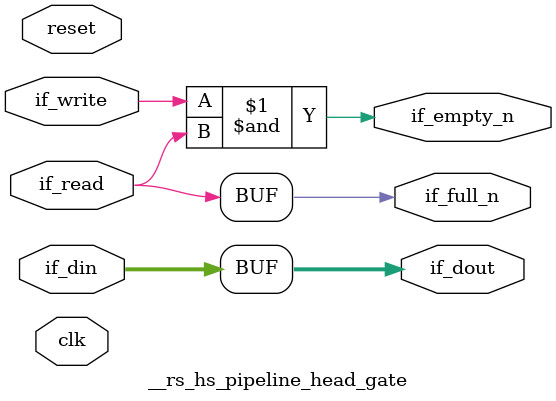
<source format=v>
`timescale 1 ns / 1 ps

module __rs_hs_pipeline_head_gate #(
    parameter DATA_WIDTH = 32,
    parameter __REGION = ""
) (
    // pragma RS clk port=clk
    input wire clk,
    // pragma RS rst port=reset active=high
    input wire reset,
    // inbound
    // pragma RS handshake valid=if_write ready=if_full_n data=if_din
    output wire                  if_full_n,
    input  wire                  if_write,
    input  wire [DATA_WIDTH-1:0] if_din,
    // outbound
    // pragma RS handshake valid=if_empty_n ready=if_read data=if_dout
    output wire                  if_empty_n,
    input  wire                  if_read,
    output wire [DATA_WIDTH-1:0] if_dout
);
    assign if_empty_n = if_write & if_read;
    assign if_full_n = if_read;
    assign if_dout = if_din;
endmodule
</source>
